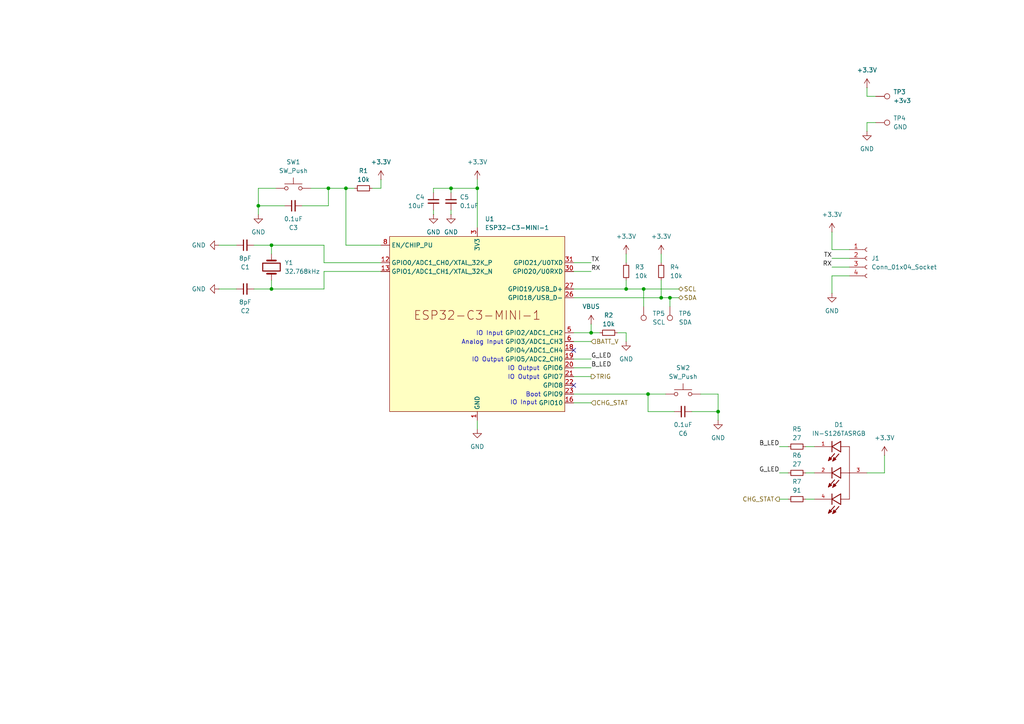
<source format=kicad_sch>
(kicad_sch (version 20231120) (generator "eeschema") (generator_version "8.0")
  (paper "A4")
  (lib_symbols
    (symbol "Connector:Conn_01x04_Socket" (pin_names (offset 1.016) hide)
      (property "Reference" "J" (at 0 5.08 0))
      (property "Value" "Conn_01x04_Socket" (at 0 -7.62 0))
      (symbol "Conn_01x04_Socket_1_1"
        (arc (start 0 -4.572) (mid -0.5058 -5.08) (end 0 -5.588) (stroke (width 0.1524)))
        (arc (start 0 -2.032) (mid -0.5058 -2.54) (end 0 -3.048) (stroke (width 0.1524)))
        (polyline (pts (xy -1.27 -5.08) (xy -0.508 -5.08)) (stroke (width 0.1524)))
        (polyline (pts (xy -1.27 -2.54) (xy -0.508 -2.54)) (stroke (width 0.1524)))
        (polyline (pts (xy -1.27 0) (xy -0.508 0)) (stroke (width 0.1524)))
        (polyline (pts (xy -1.27 2.54) (xy -0.508 2.54)) (stroke (width 0.1524)))
        (arc (start 0 0.508) (mid -0.5058 0) (end 0 -0.508) (stroke (width 0.1524)))
        (arc (start 0 3.048) (mid -0.5058 2.54) (end 0 2.032) (stroke (width 0.1524)))
        (pin passive line (at -5.08 2.54 0) (length 3.81) (name "Pin_1") (number "1"))
        (pin passive line (at -5.08 0 0) (length 3.81) (name "Pin_2") (number "2"))
        (pin passive line (at -5.08 -2.54 0) (length 3.81) (name "Pin_3") (number "3"))
        (pin passive line (at -5.08 -5.08 0) (length 3.81) (name "Pin_4") (number "4"))
      )
    )
    (symbol "Connector:TestPoint" (pin_numbers hide) (pin_names (offset 0.762) hide)
      (property "Reference" "TP" (at 0 6.858 0))
      (property "Value" "TestPoint" (at 0 5.08 0))
      (symbol "TestPoint_0_1"
        (circle (center 0 3.302) (radius 0.762))
      )
      (symbol "TestPoint_1_1"
        (pin passive line (at 0 0 90) (length 2.54) (name "1") (number "1"))
      )
    )
    (symbol "Device:C_Small" (pin_numbers hide) (pin_names (offset 0.254) hide)
      (property "Reference" "C" (at 0.254 1.778 0))
      (property "Value" "C_Small" (at 0.254 -2.032 0))
      (symbol "C_Small_0_1"
        (polyline (pts (xy -1.524 -0.508) (xy 1.524 -0.508)) (stroke (width 0.3302)))
        (polyline (pts (xy -1.524 0.508) (xy 1.524 0.508)) (stroke (width 0.3048)))
      )
      (symbol "C_Small_1_1"
        (pin passive line (at 0 2.54 270) (length 2.032) (name "~") (number "1"))
        (pin passive line (at 0 -2.54 90) (length 2.032) (name "~") (number "2"))
      )
    )
    (symbol "Device:Crystal" (pin_numbers hide) (pin_names (offset 1.016) hide)
      (property "Reference" "Y" (at 0 3.81 0))
      (property "Value" "Crystal" (at 0 -3.81 0))
      (symbol "Crystal_0_1"
        (rectangle (start -1.143 2.54) (end 1.143 -2.54) (stroke (width 0.3048)))
        (polyline (pts (xy -2.54 0) (xy -1.905 0)))
        (polyline (pts (xy -1.905 -1.27) (xy -1.905 1.27)) (stroke (width 0.508)))
        (polyline (pts (xy 1.905 -1.27) (xy 1.905 1.27)) (stroke (width 0.508)))
        (polyline (pts (xy 2.54 0) (xy 1.905 0)))
      )
      (symbol "Crystal_1_1"
        (pin passive line (at -3.81 0 0) (length 1.27) (name "1") (number "1"))
        (pin passive line (at 3.81 0 180) (length 1.27) (name "2") (number "2"))
      )
    )
    (symbol "Device:R_Small" (pin_numbers hide) (pin_names (offset 0.254) hide)
      (property "Reference" "R" (at 0.762 0.508 0))
      (property "Value" "R_Small" (at 0.762 -1.016 0))
      (symbol "R_Small_0_1"
        (rectangle (start -0.762 1.778) (end 0.762 -1.778) (stroke (width 0.2032)))
      )
      (symbol "R_Small_1_1"
        (pin passive line (at 0 2.54 270) (length 0.762) (name "~") (number "1"))
        (pin passive line (at 0 -2.54 90) (length 0.762) (name "~") (number "2"))
      )
    )
    (symbol "Espressif:ESP32-C3-MINI-1"
      (property "Reference" "U" (at -25.4 30.48 0))
      (property "Value" "ESP32-C3-MINI-1" (at -25.4 27.94 0))
      (symbol "ESP32-C3-MINI-1_0_0"
        (text "ESP32-C3-MINI-1" (at 0 2.54 0) (effects (font (size 2.54 2.54))))
      )
      (symbol "ESP32-C3-MINI-1_0_1"
        (rectangle (start -25.4 25.4) (end 25.4 -25.4) (fill (type background)))
      )
      (symbol "ESP32-C3-MINI-1_1_1"
        (pin power_in line (at 0 -27.94 90) (length 2.54) (name "GND") (number "1"))
        (pin no_connect line (at -25.4 2.54 0) (length 2.54) hide (name "NC") (number "10"))
        (pin passive line (at 0 -27.94 90) (length 2.54) hide (name "GND") (number "11"))
        (pin bidirectional line (at -27.94 17.78 0) (length 2.54) (name "GPIO0/ADC1_CH0/XTAL_32K_P") (number "12"))
        (pin bidirectional line (at -27.94 15.24 0) (length 2.54) (name "GPIO1/ADC1_CH1/XTAL_32K_N") (number "13"))
        (pin passive line (at 0 -27.94 90) (length 2.54) hide (name "GND") (number "14"))
        (pin no_connect line (at -25.4 0 0) (length 2.54) hide (name "NC") (number "15"))
        (pin bidirectional line (at 27.94 -22.86 180) (length 2.54) (name "GPIO10") (number "16"))
        (pin no_connect line (at -25.4 -2.54 0) (length 2.54) hide (name "NC") (number "17"))
        (pin bidirectional line (at 27.94 -7.62 180) (length 2.54) (name "GPIO4/ADC1_CH4") (number "18"))
        (pin bidirectional line (at 27.94 -10.16 180) (length 2.54) (name "GPIO5/ADC2_CH0") (number "19"))
        (pin passive line (at 0 -27.94 90) (length 2.54) hide (name "GND") (number "2"))
        (pin bidirectional line (at 27.94 -12.7 180) (length 2.54) (name "GPIO6") (number "20"))
        (pin bidirectional line (at 27.94 -15.24 180) (length 2.54) (name "GPIO7") (number "21"))
        (pin bidirectional line (at 27.94 -17.78 180) (length 2.54) (name "GPIO8") (number "22"))
        (pin bidirectional line (at 27.94 -20.32 180) (length 2.54) (name "GPIO9") (number "23"))
        (pin no_connect line (at -25.4 -5.08 0) (length 2.54) hide (name "NC") (number "24"))
        (pin no_connect line (at -25.4 -7.62 0) (length 2.54) hide (name "NC") (number "25"))
        (pin bidirectional line (at 27.94 7.62 180) (length 2.54) (name "GPIO18/USB_D-") (number "26"))
        (pin bidirectional line (at 27.94 10.16 180) (length 2.54) (name "GPIO19/USB_D+") (number "27"))
        (pin no_connect line (at -25.4 -10.16 0) (length 2.54) hide (name "NC") (number "28"))
        (pin no_connect line (at -25.4 -12.7 0) (length 2.54) hide (name "NC") (number "29"))
        (pin power_in line (at 0 27.94 270) (length 2.54) (name "3V3") (number "3"))
        (pin bidirectional line (at 27.94 15.24 180) (length 2.54) (name "GPIO20/U0RXD") (number "30"))
        (pin bidirectional line (at 27.94 17.78 180) (length 2.54) (name "GPIO21/U0TXD") (number "31"))
        (pin no_connect line (at -25.4 -15.24 0) (length 2.54) hide (name "NC") (number "32"))
        (pin no_connect line (at -25.4 -17.78 0) (length 2.54) hide (name "NC") (number "33"))
        (pin no_connect line (at -25.4 -20.32 0) (length 2.54) hide (name "NC") (number "34"))
        (pin no_connect line (at -25.4 -22.86 0) (length 2.54) hide (name "NC") (number "35"))
        (pin passive line (at 0 -27.94 90) (length 2.54) hide (name "GND") (number "36"))
        (pin passive line (at 0 -27.94 90) (length 2.54) hide (name "GND") (number "37"))
        (pin passive line (at 0 -27.94 90) (length 2.54) hide (name "GND") (number "38"))
        (pin passive line (at 0 -27.94 90) (length 2.54) hide (name "GND") (number "39"))
        (pin no_connect line (at -25.4 10.16 0) (length 2.54) hide (name "NC") (number "4"))
        (pin passive line (at 0 -27.94 90) (length 2.54) hide (name "GND") (number "40"))
        (pin passive line (at 0 -27.94 90) (length 2.54) hide (name "GND") (number "41"))
        (pin passive line (at 0 -27.94 90) (length 2.54) hide (name "GND") (number "42"))
        (pin passive line (at 0 -27.94 90) (length 2.54) hide (name "GND") (number "43"))
        (pin passive line (at 0 -27.94 90) (length 2.54) hide (name "GND") (number "44"))
        (pin passive line (at 0 -27.94 90) (length 2.54) hide (name "GND") (number "45"))
        (pin passive line (at 0 -27.94 90) (length 2.54) hide (name "GND") (number "46"))
        (pin passive line (at 0 -27.94 90) (length 2.54) hide (name "GND") (number "47"))
        (pin passive line (at 0 -27.94 90) (length 2.54) hide (name "GND") (number "48"))
        (pin passive line (at 0 -27.94 90) (length 2.54) hide (name "GND") (number "49"))
        (pin bidirectional line (at 27.94 -2.54 180) (length 2.54) (name "GPIO2/ADC1_CH2") (number "5"))
        (pin passive line (at 0 -27.94 90) (length 2.54) hide (name "GND") (number "50"))
        (pin passive line (at 0 -27.94 90) (length 2.54) hide (name "GND") (number "51"))
        (pin passive line (at 0 -27.94 90) (length 2.54) hide (name "GND") (number "52"))
        (pin passive line (at 0 -27.94 90) (length 2.54) hide (name "GND") (number "53"))
        (pin bidirectional line (at 27.94 -5.08 180) (length 2.54) (name "GPIO3/ADC1_CH3") (number "6"))
        (pin no_connect line (at -25.4 7.62 0) (length 2.54) hide (name "NC") (number "7"))
        (pin input line (at -27.94 22.86 0) (length 2.54) (name "EN/CHIP_PU") (number "8"))
        (pin no_connect line (at -25.4 5.08 0) (length 2.54) hide (name "NC") (number "9"))
      )
    )
    (symbol "IN-S126TASRGB:IN-S126TASRGB" (pin_names (offset 1.016))
      (property "Reference" "D" (at -15.24 10.16 0))
      (property "Value" "IN-S126TASRGB" (at -15.24 7.62 0))
      (symbol "IN-S126TASRGB_0_0"
        (polyline (pts (xy -2.54 7.62) (xy -2.54 -7.62)) (stroke (width 0.1524)))
        (polyline (pts (xy 0 -9.144) (xy 2.54 -7.62)) (stroke (width 0.254)))
        (polyline (pts (xy 0 -7.62) (xy -2.54 -7.62)) (stroke (width 0.1524)))
        (polyline (pts (xy 0 -7.62) (xy 0 -9.144)) (stroke (width 0.254)))
        (polyline (pts (xy 0 -6.096) (xy 0 -7.62)) (stroke (width 0.254)))
        (polyline (pts (xy 0 -1.524) (xy 2.54 0)) (stroke (width 0.254)))
        (polyline (pts (xy 0 0) (xy -2.54 0)) (stroke (width 0.1524)))
        (polyline (pts (xy 0 0) (xy 0 -1.524)) (stroke (width 0.254)))
        (polyline (pts (xy 0 1.524) (xy 0 0)) (stroke (width 0.254)))
        (polyline (pts (xy 0 6.096) (xy 2.54 7.62)) (stroke (width 0.254)))
        (polyline (pts (xy 0 7.62) (xy -2.54 7.62)) (stroke (width 0.1524)))
        (polyline (pts (xy 0 7.62) (xy 0 6.096)) (stroke (width 0.254)))
        (polyline (pts (xy 0 9.144) (xy 0 7.62)) (stroke (width 0.254)))
        (polyline (pts (xy 1.4224 -3.937) (xy 2.3114 -3.4544)) (stroke (width 0.254)))
        (polyline (pts (xy 1.4224 3.683) (xy 2.3114 4.1656)) (stroke (width 0.254)))
        (polyline (pts (xy 1.4224 11.303) (xy 2.3114 11.7856)) (stroke (width 0.254)))
        (polyline (pts (xy 1.6002 -4.0132) (xy 1.8288 -3.8608)) (stroke (width 0.254)))
        (polyline (pts (xy 1.6002 3.6068) (xy 1.8288 3.7592)) (stroke (width 0.254)))
        (polyline (pts (xy 1.6002 11.2268) (xy 1.8288 11.3792)) (stroke (width 0.254)))
        (polyline (pts (xy 1.9812 -4.4196) (xy 1.4224 -3.937)) (stroke (width 0.254)))
        (polyline (pts (xy 1.9812 -4.4196) (xy 2.0066 -3.683)) (stroke (width 0.254)))
        (polyline (pts (xy 1.9812 3.2004) (xy 1.4224 3.683)) (stroke (width 0.254)))
        (polyline (pts (xy 1.9812 3.2004) (xy 2.0066 3.937)) (stroke (width 0.254)))
        (polyline (pts (xy 1.9812 10.8204) (xy 1.4224 11.303)) (stroke (width 0.254)))
        (polyline (pts (xy 1.9812 10.8204) (xy 2.0066 11.557)) (stroke (width 0.254)))
        (polyline (pts (xy 2.0066 -3.683) (xy 1.8796 -3.683)) (stroke (width 0.254)))
        (polyline (pts (xy 2.0066 3.937) (xy 1.8796 3.937)) (stroke (width 0.254)))
        (polyline (pts (xy 2.0066 11.557) (xy 1.8796 11.557)) (stroke (width 0.254)))
        (polyline (pts (xy 2.3114 -3.4544) (xy 0.5334 -5.4864)) (stroke (width 0.254)))
        (polyline (pts (xy 2.3114 -3.4544) (xy 1.9812 -4.4196)) (stroke (width 0.254)))
        (polyline (pts (xy 2.3114 4.1656) (xy 0.5334 2.1336)) (stroke (width 0.254)))
        (polyline (pts (xy 2.3114 4.1656) (xy 1.9812 3.2004)) (stroke (width 0.254)))
        (polyline (pts (xy 2.3114 11.7856) (xy 0.5334 9.7536)) (stroke (width 0.254)))
        (polyline (pts (xy 2.3114 11.7856) (xy 1.9812 10.8204)) (stroke (width 0.254)))
        (polyline (pts (xy 2.54 -7.62) (xy 0 -6.096)) (stroke (width 0.254)))
        (polyline (pts (xy 2.54 -6.096) (xy 2.54 -9.144)) (stroke (width 0.254)))
        (polyline (pts (xy 2.54 0) (xy 0 1.524)) (stroke (width 0.254)))
        (polyline (pts (xy 2.54 1.524) (xy 2.54 -1.524)) (stroke (width 0.254)))
        (polyline (pts (xy 2.54 7.62) (xy 0 9.144)) (stroke (width 0.254)))
        (polyline (pts (xy 2.54 9.144) (xy 2.54 6.096)) (stroke (width 0.254)))
        (polyline (pts (xy 2.667 -4.0386) (xy 3.556 -3.556)) (stroke (width 0.254)))
        (polyline (pts (xy 2.667 3.5814) (xy 3.556 4.064)) (stroke (width 0.254)))
        (polyline (pts (xy 2.667 11.2014) (xy 3.556 11.684)) (stroke (width 0.254)))
        (polyline (pts (xy 2.8448 -4.1148) (xy 3.0734 -3.9624)) (stroke (width 0.254)))
        (polyline (pts (xy 2.8448 3.5052) (xy 3.0734 3.6576)) (stroke (width 0.254)))
        (polyline (pts (xy 2.8448 11.1252) (xy 3.0734 11.2776)) (stroke (width 0.254)))
        (polyline (pts (xy 3.2258 -4.5212) (xy 2.667 -4.0386)) (stroke (width 0.254)))
        (polyline (pts (xy 3.2258 -4.5212) (xy 3.2512 -3.7846)) (stroke (width 0.254)))
        (polyline (pts (xy 3.2258 3.0988) (xy 2.667 3.5814)) (stroke (width 0.254)))
        (polyline (pts (xy 3.2258 3.0988) (xy 3.2512 3.8354)) (stroke (width 0.254)))
        (polyline (pts (xy 3.2258 10.7188) (xy 2.667 11.2014)) (stroke (width 0.254)))
        (polyline (pts (xy 3.2258 10.7188) (xy 3.2512 11.4554)) (stroke (width 0.254)))
        (polyline (pts (xy 3.2512 -3.7846) (xy 3.1242 -3.7846)) (stroke (width 0.254)))
        (polyline (pts (xy 3.2512 3.8354) (xy 3.1242 3.8354)) (stroke (width 0.254)))
        (polyline (pts (xy 3.2512 11.4554) (xy 3.1242 11.4554)) (stroke (width 0.254)))
        (polyline (pts (xy 3.556 -3.556) (xy 1.778 -5.588)) (stroke (width 0.254)))
        (polyline (pts (xy 3.556 -3.556) (xy 3.2258 -4.5212)) (stroke (width 0.254)))
        (polyline (pts (xy 3.556 4.064) (xy 1.778 2.032)) (stroke (width 0.254)))
        (polyline (pts (xy 3.556 4.064) (xy 3.2258 3.0988)) (stroke (width 0.254)))
        (polyline (pts (xy 3.556 11.684) (xy 1.778 9.652)) (stroke (width 0.254)))
        (polyline (pts (xy 3.556 11.684) (xy 3.2258 10.7188)) (stroke (width 0.254)))
        (pin passive line (at 7.62 -7.62 180) (length 5.08) (name "~") (number "1"))
        (pin passive line (at 7.62 0 180) (length 5.08) (name "~") (number "2"))
        (pin passive line (at -7.62 0 0) (length 5.08) (name "~") (number "3"))
        (pin passive line (at 7.62 7.62 180) (length 5.08) (name "~") (number "4"))
      )
    )
    (symbol "Switch:SW_Push" (pin_numbers hide) (pin_names (offset 1.016) hide)
      (property "Reference" "SW" (at 1.27 2.54 0))
      (property "Value" "SW_Push" (at 0 -1.524 0))
      (symbol "SW_Push_0_1"
        (circle (center -2.032 0) (radius 0.508))
        (polyline (pts (xy 0 1.27) (xy 0 3.048)))
        (polyline (pts (xy 2.54 1.27) (xy -2.54 1.27)))
        (circle (center 2.032 0) (radius 0.508))
        (pin passive line (at -5.08 0 0) (length 2.54) (name "1") (number "1"))
        (pin passive line (at 5.08 0 180) (length 2.54) (name "2") (number "2"))
      )
    )
    (symbol "power:+3.3V" (power) (pin_numbers hide) (pin_names (offset 0) hide)
      (property "Value" "+3.3V" (at 0 3.556 0))
      (symbol "+3.3V_0_1"
        (polyline (pts (xy -0.762 1.27) (xy 0 2.54)))
        (polyline (pts (xy 0 0) (xy 0 2.54)))
        (polyline (pts (xy 0 2.54) (xy 0.762 1.27)))
      )
      (symbol "+3.3V_1_1"
        (pin power_in line (at 0 0 90) (length 0) (name "~") (number "1"))
      )
    )
    (symbol "power:GND" (power) (pin_numbers hide) (pin_names (offset 0) hide)
      (property "Value" "GND" (at 0 -3.81 0))
      (symbol "GND_0_1"
        (polyline (pts (xy 0 0) (xy 0 -1.27) (xy 1.27 -1.27) (xy 0 -2.54) (xy -1.27 -1.27) (xy 0 -1.27)))
      )
      (symbol "GND_1_1"
        (pin power_in line (at 0 0 270) (length 0) (name "~") (number "1"))
      )
    )
    (symbol "power:VBUS" (power) (pin_numbers hide) (pin_names (offset 0) hide)
      (property "Value" "VBUS" (at 0 3.556 0))
      (symbol "VBUS_0_1"
        (polyline (pts (xy -0.762 1.27) (xy 0 2.54)))
        (polyline (pts (xy 0 0) (xy 0 2.54)))
        (polyline (pts (xy 0 2.54) (xy 0.762 1.27)))
      )
      (symbol "VBUS_1_1"
        (pin power_in line (at 0 0 90) (length 0) (name "~") (number "1"))
      )
    )
  )
  (junction (at 186.69 83.82))
  (junction (at 130.81 54.61))
  (junction (at 74.93 59.69))
  (junction (at 100.33 54.61))
  (junction (at 138.43 54.61))
  (junction (at 191.77 86.36))
  (junction (at 78.74 71.12))
  (junction (at 181.61 83.82))
  (junction (at 208.28 119.38))
  (junction (at 95.25 54.61))
  (junction (at 78.74 83.82))
  (junction (at 187.96 114.3))
  (junction (at 194.31 86.36))
  (junction (at 171.45 96.52))
  (no_connect (at 166.37 111.76))
  (no_connect (at 166.37 101.6))
  (wire (pts (xy 251.46 137.16) (xy 256.54 137.16)))
  (wire (pts (xy 87.63 59.69) (xy 95.25 59.69)))
  (wire (pts (xy 166.37 114.3) (xy 187.96 114.3)))
  (wire (pts (xy 166.37 104.14) (xy 171.45 104.14)))
  (wire (pts (xy 100.33 71.12) (xy 110.49 71.12)))
  (wire (pts (xy 125.73 54.61) (xy 125.73 55.88)))
  (wire (pts (xy 251.46 35.56) (xy 251.46 38.1)))
  (wire (pts (xy 194.31 86.36) (xy 194.31 88.9)))
  (wire (pts (xy 251.46 27.94) (xy 254 27.94)))
  (wire (pts (xy 171.45 76.2) (xy 166.37 76.2)))
  (wire (pts (xy 181.61 96.52) (xy 179.07 96.52)))
  (wire (pts (xy 95.25 54.61) (xy 100.33 54.61)))
  (wire (pts (xy 166.37 96.52) (xy 171.45 96.52)))
  (wire (pts (xy 187.96 114.3) (xy 187.96 119.38)))
  (wire (pts (xy 100.33 54.61) (xy 100.33 71.12)))
  (wire (pts (xy 63.5 83.82) (xy 68.58 83.82)))
  (wire (pts (xy 233.68 137.16) (xy 236.22 137.16)))
  (wire (pts (xy 181.61 83.82) (xy 186.69 83.82)))
  (wire (pts (xy 93.98 78.74) (xy 110.49 78.74)))
  (wire (pts (xy 93.98 71.12) (xy 93.98 76.2)))
  (wire (pts (xy 93.98 76.2) (xy 110.49 76.2)))
  (wire (pts (xy 130.81 54.61) (xy 138.43 54.61)))
  (wire (pts (xy 130.81 54.61) (xy 130.81 55.88)))
  (wire (pts (xy 107.95 54.61) (xy 110.49 54.61)))
  (wire (pts (xy 251.46 35.56) (xy 254 35.56)))
  (wire (pts (xy 138.43 121.92) (xy 138.43 124.46)))
  (wire (pts (xy 256.54 132.08) (xy 256.54 137.16)))
  (wire (pts (xy 93.98 83.82) (xy 78.74 83.82)))
  (wire (pts (xy 171.45 93.98) (xy 171.45 96.52)))
  (wire (pts (xy 95.25 54.61) (xy 95.25 59.69)))
  (wire (pts (xy 241.3 80.01) (xy 241.3 85.09)))
  (wire (pts (xy 171.45 78.74) (xy 166.37 78.74)))
  (wire (pts (xy 208.28 114.3) (xy 208.28 119.38)))
  (wire (pts (xy 241.3 67.31) (xy 241.3 72.39)))
  (wire (pts (xy 181.61 96.52) (xy 181.61 99.06)))
  (wire (pts (xy 138.43 54.61) (xy 138.43 66.04)))
  (wire (pts (xy 166.37 83.82) (xy 181.61 83.82)))
  (wire (pts (xy 233.68 144.78) (xy 236.22 144.78)))
  (wire (pts (xy 125.73 62.23) (xy 125.73 60.96)))
  (wire (pts (xy 186.69 83.82) (xy 186.69 88.9)))
  (wire (pts (xy 195.58 119.38) (xy 187.96 119.38)))
  (wire (pts (xy 191.77 86.36) (xy 194.31 86.36)))
  (wire (pts (xy 73.66 71.12) (xy 78.74 71.12)))
  (wire (pts (xy 110.49 52.07) (xy 110.49 54.61)))
  (wire (pts (xy 191.77 81.28) (xy 191.77 86.36)))
  (wire (pts (xy 80.01 54.61) (xy 74.93 54.61)))
  (wire (pts (xy 78.74 71.12) (xy 93.98 71.12)))
  (wire (pts (xy 241.3 77.47) (xy 246.38 77.47)))
  (wire (pts (xy 166.37 99.06) (xy 171.45 99.06)))
  (wire (pts (xy 90.17 54.61) (xy 95.25 54.61)))
  (wire (pts (xy 82.55 59.69) (xy 74.93 59.69)))
  (wire (pts (xy 125.73 54.61) (xy 130.81 54.61)))
  (wire (pts (xy 193.04 114.3) (xy 187.96 114.3)))
  (wire (pts (xy 166.37 106.68) (xy 171.45 106.68)))
  (wire (pts (xy 226.06 129.54) (xy 228.6 129.54)))
  (wire (pts (xy 78.74 73.66) (xy 78.74 71.12)))
  (wire (pts (xy 63.5 71.12) (xy 68.58 71.12)))
  (wire (pts (xy 166.37 116.84) (xy 171.45 116.84)))
  (wire (pts (xy 74.93 54.61) (xy 74.93 59.69)))
  (wire (pts (xy 191.77 73.66) (xy 191.77 76.2)))
  (wire (pts (xy 166.37 86.36) (xy 191.77 86.36)))
  (wire (pts (xy 93.98 78.74) (xy 93.98 83.82)))
  (wire (pts (xy 226.06 137.16) (xy 228.6 137.16)))
  (wire (pts (xy 226.06 144.78) (xy 228.6 144.78)))
  (wire (pts (xy 171.45 96.52) (xy 173.99 96.52)))
  (wire (pts (xy 181.61 81.28) (xy 181.61 83.82)))
  (wire (pts (xy 73.66 83.82) (xy 78.74 83.82)))
  (wire (pts (xy 208.28 119.38) (xy 208.28 121.92)))
  (wire (pts (xy 200.66 119.38) (xy 208.28 119.38)))
  (wire (pts (xy 181.61 73.66) (xy 181.61 76.2)))
  (wire (pts (xy 246.38 72.39) (xy 241.3 72.39)))
  (wire (pts (xy 166.37 109.22) (xy 171.45 109.22)))
  (wire (pts (xy 241.3 74.93) (xy 246.38 74.93)))
  (wire (pts (xy 233.68 129.54) (xy 236.22 129.54)))
  (wire (pts (xy 246.38 80.01) (xy 241.3 80.01)))
  (wire (pts (xy 74.93 59.69) (xy 74.93 62.23)))
  (wire (pts (xy 203.2 114.3) (xy 208.28 114.3)))
  (wire (pts (xy 186.69 83.82) (xy 196.85 83.82)))
  (wire (pts (xy 78.74 81.28) (xy 78.74 83.82)))
  (wire (pts (xy 100.33 54.61) (xy 102.87 54.61)))
  (wire (pts (xy 194.31 86.36) (xy 196.85 86.36)))
  (wire (pts (xy 251.46 25.4) (xy 251.46 27.94)))
  (wire (pts (xy 138.43 52.07) (xy 138.43 54.61)))
  (wire (pts (xy 130.81 62.23) (xy 130.81 60.96)))
  (text "IO Output\n" (at 141.478 104.394 0) (effects (font (size 1.27 1.27))))
  (text "IO Input" (at 151.892 116.84 0) (effects (font (size 1.27 1.27))))
  (text "IO Output\n" (at 151.892 106.934 0) (effects (font (size 1.27 1.27))))
  (text "IO Output\n" (at 151.892 109.474 0) (effects (font (size 1.27 1.27))))
  (text "Analog Input" (at 139.954 99.314 0) (effects (font (size 1.27 1.27))))
  (text "IO Input" (at 141.986 96.774 0) (effects (font (size 1.27 1.27))))
  (text "Boot\n" (at 154.686 114.554 0) (effects (font (size 1.27 1.27))))
  (label "G_LED" (at 226.06 137.16 180))
  (label "RX" (at 241.3 77.47 180))
  (label "RX" (at 171.45 78.74 0))
  (label "B_LED" (at 226.06 129.54 180))
  (label "B_LED" (at 171.45 106.68 0))
  (label "G_LED" (at 171.45 104.14 0))
  (label "TX" (at 171.45 76.2 0))
  (label "TX" (at 241.3 74.93 180))
  (hierarchical_label "CHG_STAT" (shape input) (at 171.45 116.84 0))
  (hierarchical_label "SCL" (shape bidirectional) (at 196.85 83.82 0))
  (hierarchical_label "BATT_V" (shape input) (at 171.45 99.06 0))
  (hierarchical_label "CHG_STAT" (shape output) (at 226.06 144.78 180))
  (hierarchical_label "SDA" (shape bidirectional) (at 196.85 86.36 0))
  (hierarchical_label "TRIG" (shape output) (at 171.45 109.22 0))
  (symbol (lib_id "power:+3.3V") (at 256.54 132.08 0) (unit 1)
    (property "Reference" "#PWR016" (effects (hide yes)))
    (property "Value" "+3.3V" (at 256.54 127 0))
    (property "Description" "Power symbol creates a global label with name \"+3.3V\"" (effects (hide yes)))
  )
  (symbol (lib_id "power:GND") (at 63.5 71.12 270) (unit 1)
    (property "Reference" "#PWR01" (effects (hide yes)))
    (property "Value" "GND" (at 59.69 71.1199 90) (effects (justify right)))
    (property "Description" "Power symbol creates a global label with name \"GND\" , ground" (effects (hide yes)))
  )
  (symbol (lib_id "power:+3.3V") (at 181.61 73.66 0) (unit 1)
    (property "Reference" "#PWR010" (effects (hide yes)))
    (property "Value" "+3.3V" (at 181.61 68.58 0))
    (property "Description" "Power symbol creates a global label with name \"+3.3V\"" (effects (hide yes)))
  )
  (symbol (lib_id "Device:R_Small") (at 191.77 78.74 0) (unit 1)
    (property "Reference" "R4" (at 194.31 77.4699 0) (effects (justify left)))
    (property "Value" "10k" (at 194.31 80.0099 0) (effects (justify left)))
    (property "Footprint" "Resistor_SMD:R_0603_1608Metric_Pad0.98x0.95mm_HandSolder" (effects (hide yes)))
    (property "Description" "Resistor, small symbol" (effects (hide yes)))
  )
  (symbol (lib_id "power:GND") (at 63.5 83.82 270) (unit 1)
    (property "Reference" "#PWR02" (effects (hide yes)))
    (property "Value" "GND" (at 59.69 83.8199 90) (effects (justify right)))
    (property "Description" "Power symbol creates a global label with name \"GND\" , ground" (effects (hide yes)))
  )
  (symbol (lib_id "Connector:TestPoint") (at 254 27.94 270) (unit 1)
    (property "Reference" "TP3" (at 259.08 26.6699 90) (effects (justify left)))
    (property "Value" "+3v3" (at 259.08 29.2099 90) (effects (justify left)))
    (property "Footprint" "TestPoint:TestPoint_Pad_1.0x1.0mm" (effects (hide yes)))
    (property "Description" "test point" (effects (hide yes)))
  )
  (symbol (lib_id "power:GND") (at 251.46 38.1 0) (unit 1)
    (property "Reference" "#PWR052" (effects (hide yes)))
    (property "Value" "GND" (at 251.46 43.18 0))
    (property "Description" "Power symbol creates a global label with name \"GND\" , ground" (effects (hide yes)))
  )
  (symbol (lib_id "Device:C_Small") (at 85.09 59.69 90) (mirror x) (unit 1)
    (property "Reference" "C3" (at 85.0963 66.04 90))
    (property "Value" "0.1uF" (at 85.0963 63.5 90))
    (property "Footprint" "Capacitor_SMD:C_0603_1608Metric_Pad1.08x0.95mm_HandSolder" (effects (hide yes)))
    (property "Description" "Unpolarized capacitor, small symbol" (effects (hide yes)))
  )
  (symbol (lib_id "power:GND") (at 125.73 62.23 0) (unit 1)
    (property "Reference" "#PWR05" (effects (hide yes)))
    (property "Value" "GND" (at 125.73 67.31 0))
    (property "Description" "Power symbol creates a global label with name \"GND\" , ground" (effects (hide yes)))
  )
  (symbol (lib_id "Device:R_Small") (at 231.14 129.54 90) (unit 1)
    (property "Reference" "R5" (at 231.14 124.46 90))
    (property "Value" "27" (at 231.14 127 90))
    (property "Footprint" "Resistor_SMD:R_0603_1608Metric_Pad0.98x0.95mm_HandSolder" (effects (hide yes)))
    (property "Description" "Resistor, small symbol" (effects (hide yes)))
  )
  (symbol (lib_id "Device:R_Small") (at 231.14 144.78 90) (unit 1)
    (property "Reference" "R7" (at 231.14 139.7 90))
    (property "Value" "91" (at 231.14 142.24 90))
    (property "Footprint" "Resistor_SMD:R_0603_1608Metric_Pad0.98x0.95mm_HandSolder" (effects (hide yes)))
    (property "Description" "Resistor, small symbol" (effects (hide yes)))
  )
  (symbol (lib_id "Device:C_Small") (at 198.12 119.38 270) (unit 1)
    (property "Reference" "C6" (at 198.1137 125.73 90))
    (property "Value" "0.1uF" (at 198.1137 123.19 90))
    (property "Footprint" "Capacitor_SMD:C_0603_1608Metric_Pad1.08x0.95mm_HandSolder" (effects (hide yes)))
    (property "Description" "Unpolarized capacitor, small symbol" (effects (hide yes)))
  )
  (symbol (lib_id "Device:R_Small") (at 176.53 96.52 90) (unit 1)
    (property "Reference" "R2" (at 176.53 91.44 90))
    (property "Value" "10k" (at 176.53 93.98 90))
    (property "Footprint" "Resistor_SMD:R_0603_1608Metric_Pad0.98x0.95mm_HandSolder" (effects (hide yes)))
    (property "Description" "Resistor, small symbol" (effects (hide yes)))
  )
  (symbol (lib_id "Switch:SW_Push") (at 198.12 114.3 0) (mirror y) (unit 1)
    (property "Reference" "SW2" (at 198.12 106.68 0))
    (property "Value" "SW_Push" (at 198.12 109.22 0))
    (property "Footprint" "bookbuddy:SW_TL3315NF250Q" (effects (hide yes)))
    (property "Description" "Push button switch, generic, two pins" (effects (hide yes)))
  )
  (symbol (lib_id "power:GND") (at 74.93 62.23 0) (unit 1)
    (property "Reference" "#PWR03" (effects (hide yes)))
    (property "Value" "GND" (at 74.93 67.31 0))
    (property "Description" "Power symbol creates a global label with name \"GND\" , ground" (effects (hide yes)))
  )
  (symbol (lib_id "Device:Crystal") (at 78.74 77.47 90) (unit 1)
    (property "Reference" "Y1" (at 82.55 76.1999 90) (effects (justify right)))
    (property "Value" "32.768kHz" (at 82.55 78.7399 90) (effects (justify right)))
    (property "Footprint" "bookbuddy:XTAL_FC-135R_32.7680KA-AG0" (effects (hide yes)))
    (property "Description" "Two pin crystal" (effects (hide yes)))
  )
  (symbol (lib_id "Device:R_Small") (at 231.14 137.16 90) (unit 1)
    (property "Reference" "R6" (at 231.14 132.08 90))
    (property "Value" "27" (at 231.14 134.62 90))
    (property "Footprint" "Resistor_SMD:R_0603_1608Metric_Pad0.98x0.95mm_HandSolder" (effects (hide yes)))
    (property "Description" "Resistor, small symbol" (effects (hide yes)))
  )
  (symbol (lib_id "Device:R_Small") (at 181.61 78.74 0) (unit 1)
    (property "Reference" "R3" (at 184.15 77.4699 0) (effects (justify left)))
    (property "Value" "10k" (at 184.15 80.0099 0) (effects (justify left)))
    (property "Footprint" "Resistor_SMD:R_0603_1608Metric_Pad0.98x0.95mm_HandSolder" (effects (hide yes)))
    (property "Description" "Resistor, small symbol" (effects (hide yes)))
  )
  (symbol (lib_id "Device:C_Small") (at 130.81 58.42 0) (unit 1)
    (property "Reference" "C5" (at 133.35 57.1562 0) (effects (justify left)))
    (property "Value" "0.1uF" (at 133.35 59.6962 0) (effects (justify left)))
    (property "Footprint" "Capacitor_SMD:C_0603_1608Metric_Pad1.08x0.95mm_HandSolder" (effects (hide yes)))
    (property "Description" "Unpolarized capacitor, small symbol" (effects (hide yes)))
  )
  (symbol (lib_id "power:+3.3V") (at 241.3 67.31 0) (unit 1)
    (property "Reference" "#PWR014" (effects (hide yes)))
    (property "Value" "+3.3V" (at 241.3 62.23 0))
    (property "Description" "Power symbol creates a global label with name \"+3.3V\"" (effects (hide yes)))
  )
  (symbol (lib_id "Connector:TestPoint") (at 186.69 88.9 180) (unit 1)
    (property "Reference" "TP5" (at 189.23 90.9319 0) (effects (justify right)))
    (property "Value" "SCL" (at 189.23 93.4719 0) (effects (justify right)))
    (property "Footprint" "TestPoint:TestPoint_Pad_1.0x1.0mm" (effects (hide yes)))
    (property "Description" "test point" (effects (hide yes)))
  )
  (symbol (lib_id "power:GND") (at 241.3 85.09 0) (unit 1)
    (property "Reference" "#PWR015" (effects (hide yes)))
    (property "Value" "GND" (at 241.3 90.17 0))
    (property "Description" "Power symbol creates a global label with name \"GND\" , ground" (effects (hide yes)))
  )
  (symbol (lib_id "power:+3.3V") (at 251.46 25.4 0) (unit 1)
    (property "Reference" "#PWR051" (effects (hide yes)))
    (property "Value" "+3.3V" (at 251.46 20.32 0))
    (property "Description" "Power symbol creates a global label with name \"+3.3V\"" (effects (hide yes)))
  )
  (symbol (lib_id "Device:C_Small") (at 125.73 58.42 0) (mirror y) (unit 1)
    (property "Reference" "C4" (at 123.19 57.1562 0) (effects (justify left)))
    (property "Value" "10uF" (at 123.19 59.6962 0) (effects (justify left)))
    (property "Footprint" "Capacitor_SMD:C_0805_2012Metric_Pad1.18x1.45mm_HandSolder" (effects (hide yes)))
    (property "Description" "Unpolarized capacitor, small symbol" (effects (hide yes)))
  )
  (symbol (lib_id "power:+3.3V") (at 110.49 52.07 0) (unit 1)
    (property "Reference" "#PWR04" (effects (hide yes)))
    (property "Value" "+3.3V" (at 110.49 46.99 0))
    (property "Description" "Power symbol creates a global label with name \"+3.3V\"" (effects (hide yes)))
  )
  (symbol (lib_id "Connector:TestPoint") (at 194.31 88.9 180) (unit 1)
    (property "Reference" "TP6" (at 196.85 90.9319 0) (effects (justify right)))
    (property "Value" "SDA" (at 196.85 93.4719 0) (effects (justify right)))
    (property "Footprint" "TestPoint:TestPoint_Pad_1.0x1.0mm" (effects (hide yes)))
    (property "Description" "test point" (effects (hide yes)))
  )
  (symbol (lib_id "Device:C_Small") (at 71.12 83.82 90) (mirror x) (unit 1)
    (property "Reference" "C2" (at 71.1263 90.17 90))
    (property "Value" "8pF" (at 71.1263 87.63 90))
    (property "Footprint" "Capacitor_SMD:C_0603_1608Metric_Pad1.08x0.95mm_HandSolder" (effects (hide yes)))
    (property "Description" "Unpolarized capacitor, small symbol" (effects (hide yes)))
  )
  (symbol (lib_id "power:GND") (at 138.43 124.46 0) (unit 1)
    (property "Reference" "#PWR08" (effects (hide yes)))
    (property "Value" "GND" (at 138.43 129.54 0))
    (property "Description" "Power symbol creates a global label with name \"GND\" , ground" (effects (hide yes)))
  )
  (symbol (lib_id "Switch:SW_Push") (at 85.09 54.61 0) (unit 1)
    (property "Reference" "SW1" (at 85.09 46.99 0))
    (property "Value" "SW_Push" (at 85.09 49.53 0))
    (property "Footprint" "bookbuddy:SW_TL3315NF250Q" (effects (hide yes)))
    (property "Description" "Push button switch, generic, two pins" (effects (hide yes)))
  )
  (symbol (lib_id "power:+3.3V") (at 191.77 73.66 0) (unit 1)
    (property "Reference" "#PWR012" (effects (hide yes)))
    (property "Value" "+3.3V" (at 191.77 68.58 0))
    (property "Description" "Power symbol creates a global label with name \"+3.3V\"" (effects (hide yes)))
  )
  (symbol (lib_id "power:GND") (at 130.81 62.23 0) (unit 1)
    (property "Reference" "#PWR06" (effects (hide yes)))
    (property "Value" "GND" (at 130.81 67.31 0))
    (property "Description" "Power symbol creates a global label with name \"GND\" , ground" (effects (hide yes)))
  )
  (symbol (lib_id "power:VBUS") (at 171.45 93.98 0) (unit 1)
    (property "Reference" "#PWR09" (effects (hide yes)))
    (property "Value" "VBUS" (at 171.45 88.9 0))
    (property "Description" "Power symbol creates a global label with name \"VBUS\"" (effects (hide yes)))
  )
  (symbol (lib_id "Device:R_Small") (at 105.41 54.61 90) (unit 1)
    (property "Reference" "R1" (at 105.41 49.53 90))
    (property "Value" "10k" (at 105.41 52.07 90))
    (property "Footprint" "Resistor_SMD:R_0603_1608Metric_Pad0.98x0.95mm_HandSolder" (effects (hide yes)))
    (property "Description" "Resistor, small symbol" (effects (hide yes)))
  )
  (symbol (lib_id "Device:C_Small") (at 71.12 71.12 90) (mirror x) (unit 1)
    (property "Reference" "C1" (at 71.1263 77.47 90))
    (property "Value" "8pF" (at 71.1263 74.93 90))
    (property "Footprint" "Capacitor_SMD:C_0603_1608Metric_Pad1.08x0.95mm_HandSolder" (effects (hide yes)))
    (property "Description" "Unpolarized capacitor, small symbol" (effects (hide yes)))
  )
  (symbol (lib_id "power:+3.3V") (at 138.43 52.07 0) (unit 1)
    (property "Reference" "#PWR07" (effects (hide yes)))
    (property "Value" "+3.3V" (at 138.43 46.99 0))
    (property "Description" "Power symbol creates a global label with name \"+3.3V\"" (effects (hide yes)))
  )
  (symbol (lib_id "IN-S126TASRGB:IN-S126TASRGB") (at 243.84 137.16 180) (unit 1)
    (property "Reference" "D1" (at 243.3066 123.19 0))
    (property "Value" "IN-S126TASRGB" (at 243.3066 125.73 0))
    (property "Footprint" "bookbuddy:LED_IN-S126TASRGB" (effects (hide yes)))
    (property "MF" "Inolux" (effects (hide yes)))
    (property "MAXIMUM_PACKAGE_HEIGHT" "1.0mm" (effects (hide yes)))
    (property "Package" "1206 Inolux" (effects (hide yes)))
    (property "Price" "None" (effects (hide yes)))
    (property "Check_prices" "https://www.snapeda.com/parts/IN-S126TASRGB/Inolux/view-part/?ref=eda" (effects (hide yes)))
    (property "STANDARD" "Manufacturer recommendations" (effects (hide yes)))
    (property "PARTREV" "May 12 2017" (effects (hide yes)))
    (property "SnapEDA_Link" "https://www.snapeda.com/parts/IN-S126TASRGB/Inolux/view-part/?ref=snap" (effects (hide yes)))
    (property "MP" "IN-S126TASRGB" (effects (hide yes)))
    (property "Description_1" "\n                        \n                            Red, Green, Blue (RGB) - LED Indication - Discrete 1.6V Red, 2.8V Green, 2.8V Blue 4-SMD\n                        \n" (effects (hide yes)))
    (property "Availability" "In Stock" (effects (hide yes)))
    (property "MANUFACTURER" "Inolux" (effects (hide yes)))
  )
  (symbol (lib_id "Espressif:ESP32-C3-MINI-1") (at 138.43 93.98 0) (unit 1)
    (property "Reference" "U1" (at 140.6241 63.5 0) (effects (justify left)))
    (property "Value" "ESP32-C3-MINI-1" (at 140.6241 66.04 0) (effects (justify left)))
    (property "Footprint" "bookbuddy:XCVR_ESP32-C3-MINI-1-N4" (effects (hide yes)))
    (property "Datasheet" "https://www.espressif.com/sites/default/files/documentation/esp32-c3-mini-1_datasheet_en.pdf" (effects (hide yes)))
    (property "Description" "ESP32-C3-MINI-1 family is an ultra-low-power MCU-based SoC solution that supports 2.4 GHz Wi-Fi and Bluetooth®Low Energy (Bluetooth LE)." (effects (hide yes)))
  )
  (symbol (lib_id "power:GND") (at 181.61 99.06 0) (unit 1)
    (property "Reference" "#PWR011" (effects (hide yes)))
    (property "Value" "GND" (at 181.61 104.14 0))
    (property "Description" "Power symbol creates a global label with name \"GND\" , ground" (effects (hide yes)))
  )
  (symbol (lib_id "Connector:Conn_01x04_Socket") (at 251.46 74.93 0) (unit 1)
    (property "Reference" "J1" (at 252.73 74.9299 0) (effects (justify left)))
    (property "Value" "Conn_01x04_Socket" (at 252.73 77.4699 0) (effects (justify left)))
    (property "Footprint" "bookbuddy:GCT_BC075-04-A-L-A_REVC2" (effects (hide yes)))
    (property "Description" "Generic connector, single row, 01x04, script generated" (effects (hide yes)))
  )
  (symbol (lib_id "Connector:TestPoint") (at 254 35.56 270) (unit 1)
    (property "Reference" "TP4" (at 259.08 34.2899 90) (effects (justify left)))
    (property "Value" "GND" (at 259.08 36.8299 90) (effects (justify left)))
    (property "Footprint" "TestPoint:TestPoint_Pad_1.0x1.0mm" (effects (hide yes)))
    (property "Description" "test point" (effects (hide yes)))
  )
  (symbol (lib_id "power:GND") (at 208.28 121.92 0) (mirror y) (unit 1)
    (property "Reference" "#PWR013" (effects (hide yes)))
    (property "Value" "GND" (at 208.28 127 0))
    (property "Description" "Power symbol creates a global label with name \"GND\" , ground" (effects (hide yes)))
  )
)
</source>
